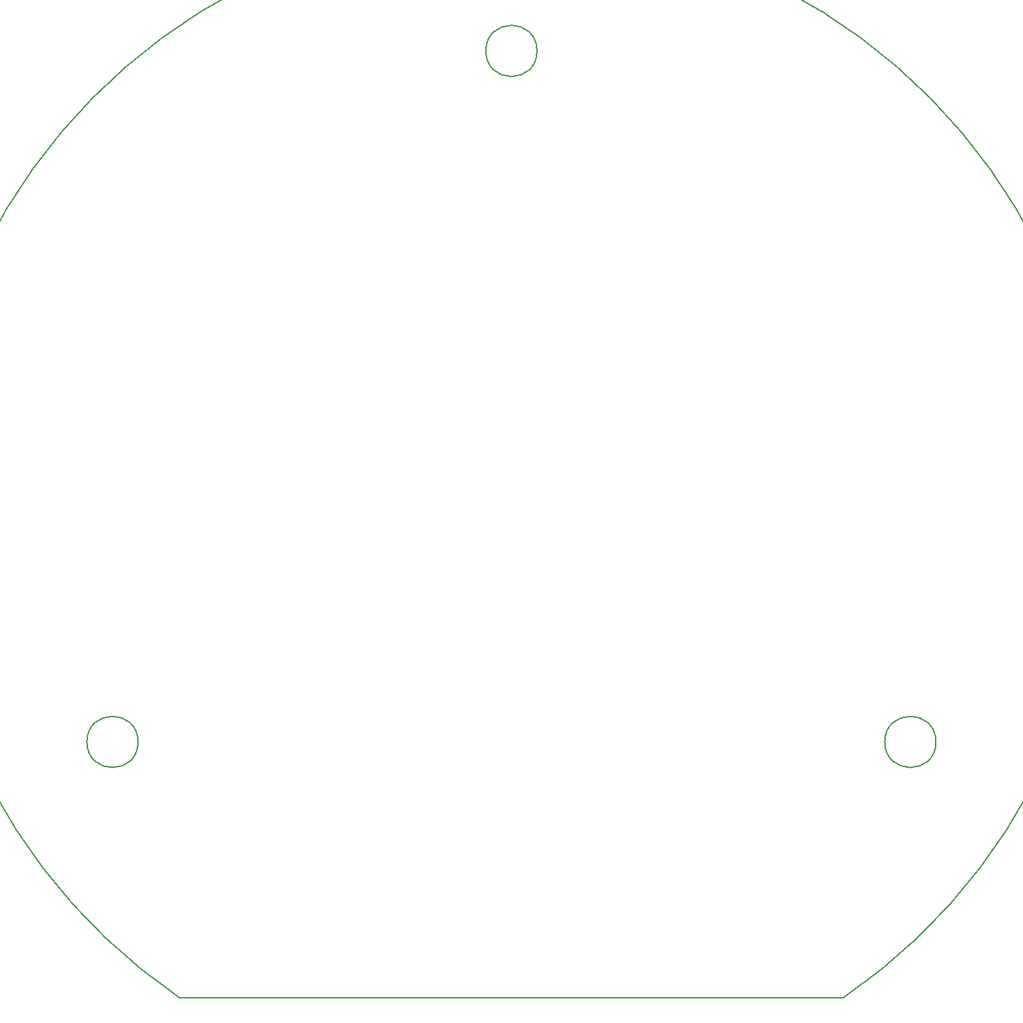
<source format=gm1>
G04 #@! TF.GenerationSoftware,KiCad,Pcbnew,(5.1.7)-1*
G04 #@! TF.CreationDate,2021-11-25T13:01:40-05:00*
G04 #@! TF.ProjectId,REV1_FALL_2021,52455631-5f46-4414-9c4c-5f323032312e,rev?*
G04 #@! TF.SameCoordinates,Original*
G04 #@! TF.FileFunction,Profile,NP*
%FSLAX46Y46*%
G04 Gerber Fmt 4.6, Leading zero omitted, Abs format (unit mm)*
G04 Created by KiCad (PCBNEW (5.1.7)-1) date 2021-11-25 13:01:40*
%MOMM*%
%LPD*%
G01*
G04 APERTURE LIST*
G04 #@! TA.AperFunction,Profile*
%ADD10C,0.200000*%
G04 #@! TD*
G04 APERTURE END LIST*
D10*
X59177297Y-163195000D02*
X141482703Y-163195000D01*
X59179725Y-163196655D02*
G75*
G02*
X141482703Y-163194999I41150275J60326655D01*
G01*
X152998351Y-131445000D02*
G75*
G03*
X152998351Y-131445000I-3175000J0D01*
G01*
X54011649Y-131444999D02*
G75*
G03*
X54011649Y-131444999I-3175000J0D01*
G01*
X103505000Y-45720000D02*
G75*
G03*
X103505000Y-45720000I-3175000J0D01*
G01*
M02*

</source>
